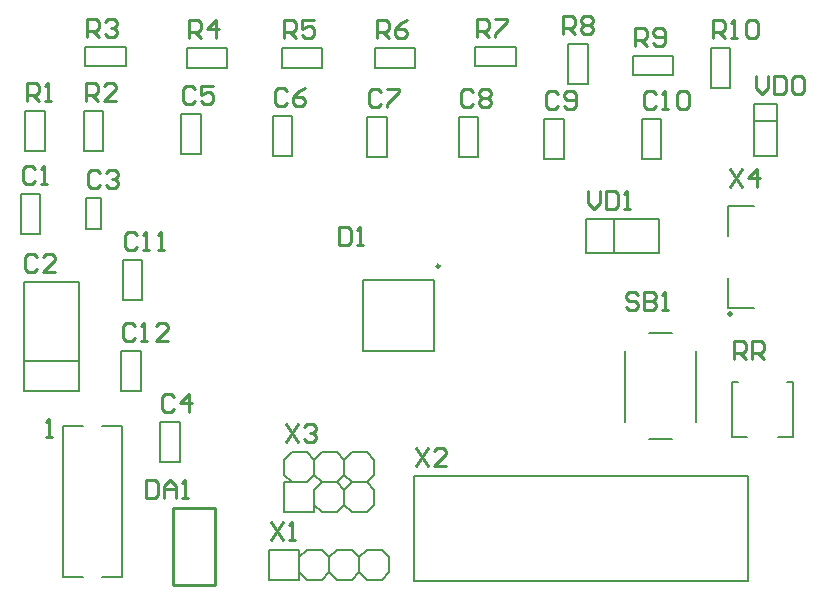
<source format=gto>
G04*
G04 #@! TF.GenerationSoftware,Altium Limited,Altium Designer,20.0.13 (296)*
G04*
G04 Layer_Color=65535*
%FSLAX44Y44*%
%MOMM*%
G71*
G01*
G75*
%ADD10C,0.2500*%
%ADD11C,0.5000*%
%ADD12C,0.2000*%
%ADD13C,0.2540*%
D10*
X893770Y833210D02*
G03*
X893770Y833210I-1250J0D01*
G01*
X668300Y628130D02*
X703300D01*
X668300Y563130D02*
Y628130D01*
Y563130D02*
X703300D01*
Y628130D01*
D11*
X1139480Y792420D02*
D03*
D12*
X872190Y566870D02*
Y655870D01*
Y566870D02*
X1154430D01*
Y655870D01*
X872190D02*
X1154430D01*
X1002670Y1021730D02*
X1019170D01*
X1002670Y987730D02*
X1019170D01*
Y1021730D01*
X1002670Y987730D02*
Y1021730D01*
X606960Y864320D02*
Y890820D01*
X594460Y864320D02*
Y890820D01*
X606960D01*
X594460Y864320D02*
X606960D01*
X1141130Y688200D02*
X1154130D01*
X1141130Y735200D02*
X1146130D01*
X1141130Y688200D02*
Y735200D01*
X1193130Y688200D02*
Y735200D01*
X1188130D02*
X1193130D01*
X1180130Y688200D02*
X1193130D01*
X828520Y821210D02*
X888520D01*
X828520Y761210D02*
X888520D01*
Y821210D01*
X828520Y761210D02*
Y821210D01*
X749300Y593090D02*
X774700D01*
Y567690D02*
Y593090D01*
X749300Y567690D02*
Y593090D01*
X774700Y586740D02*
X781050Y593090D01*
X793750D01*
X800100Y586740D01*
Y574040D02*
Y586740D01*
X793750Y567690D02*
X800100Y574040D01*
X781050Y567690D02*
X793750D01*
X774700Y574040D02*
X781050Y567690D01*
X749300D02*
X774700D01*
X800100Y574040D02*
X806450Y567690D01*
X819150D01*
X825500Y574040D01*
Y586740D01*
X819150Y593090D02*
X825500Y586740D01*
X806450Y593090D02*
X819150D01*
X800100Y586740D02*
X806450Y593090D01*
X825500Y574040D02*
X831850Y567690D01*
X844550D01*
X850900Y574040D01*
Y586740D01*
X844550Y593090D02*
X850900Y586740D01*
X831850Y593090D02*
X844550D01*
X825500Y586740D02*
X831850Y593090D01*
X539120Y894570D02*
X555620D01*
X539120Y860570D02*
X555620D01*
Y894570D01*
X539120Y860570D02*
Y894570D01*
X541650Y753180D02*
X588650D01*
X541650Y727430D02*
Y819430D01*
X588650D01*
Y727430D02*
Y819430D01*
X541650Y727430D02*
X588650D01*
X559430Y930420D02*
Y964420D01*
X542930Y930420D02*
Y964420D01*
X559430D01*
X542930Y930420D02*
X559430D01*
X675010Y928040D02*
X691510D01*
X675010Y962040D02*
X691510D01*
X675010Y928040D02*
Y962040D01*
X691510Y928040D02*
Y962040D01*
X657230Y667530D02*
X673730D01*
X657230Y701530D02*
X673730D01*
X657230Y667530D02*
Y701530D01*
X673730Y667530D02*
Y701530D01*
X608960Y930580D02*
Y964580D01*
X592460Y930580D02*
Y964580D01*
X608960D01*
X592460Y930580D02*
X608960D01*
X752480Y960770D02*
X768980D01*
X752480Y926770D02*
X768980D01*
Y960770D01*
X752480Y926770D02*
Y960770D01*
X593870Y1019170D02*
X627870D01*
X593870Y1002670D02*
X627870D01*
X593870D02*
Y1019170D01*
X627870Y1002670D02*
Y1019170D01*
X832490Y959500D02*
X848990D01*
X832490Y925500D02*
X848990D01*
Y959500D01*
X832490Y925500D02*
Y959500D01*
X574440Y569730D02*
X591440D01*
X574440D02*
Y697730D01*
X591440D01*
X607440Y569730D02*
X624440D01*
Y697730D01*
X607440D02*
X624440D01*
X625480Y804690D02*
X641980D01*
X625480Y838690D02*
X641980D01*
X625480Y804690D02*
Y838690D01*
X641980Y804690D02*
Y838690D01*
X1064900Y924070D02*
X1081400D01*
X1064900Y958070D02*
X1081400D01*
X1064900Y924070D02*
Y958070D01*
X1081400Y924070D02*
Y958070D01*
X982350Y924230D02*
X998850D01*
X982350Y958230D02*
X998850D01*
X982350Y924230D02*
Y958230D01*
X998850Y924230D02*
Y958230D01*
X909960Y925500D02*
X926460D01*
X909960Y959500D02*
X926460D01*
X909960Y925500D02*
Y959500D01*
X926460Y925500D02*
Y959500D01*
X819150Y624840D02*
X831850D01*
X793750D02*
X806450D01*
X812800Y656590D02*
Y669290D01*
X819150Y675640D01*
X831850D01*
X838200Y669290D01*
Y656590D02*
Y669290D01*
X831850Y650240D02*
X838200Y656590D01*
X812800D02*
X819150Y650240D01*
X793750D02*
X806450D01*
X812800Y656590D01*
X806450Y675640D02*
X812800Y669290D01*
X793750Y675640D02*
X806450D01*
X787400Y669290D02*
X793750Y675640D01*
X768350D02*
X781050D01*
X762000Y669290D02*
X768350Y675640D01*
X762000Y656590D02*
Y669290D01*
X787400Y656590D02*
Y669290D01*
X781050Y675640D02*
X787400Y669290D01*
X768350Y675640D02*
X781050D01*
X768350D02*
X781050D01*
X806450Y650240D02*
X812800Y643890D01*
X806450Y624840D02*
X812800Y631190D01*
X793750Y675640D02*
X806450D01*
X812800Y631190D02*
X819150Y624840D01*
Y675640D02*
X831850D01*
Y624840D02*
X838200Y631190D01*
Y643890D01*
X831850Y650240D02*
X838200Y643890D01*
X819150Y650240D02*
X831850D01*
X812800Y643890D02*
X819150Y650240D01*
X812800Y631190D02*
Y643890D01*
X787400Y631190D02*
X793750Y624840D01*
X787400Y643890D02*
X793750Y650240D01*
X762000Y624840D02*
Y650240D01*
X787400Y624840D02*
Y643890D01*
X762000Y650240D02*
X781050D01*
X787400Y656590D01*
X762000D02*
X768350Y650240D01*
X787400Y656590D02*
X793750Y650240D01*
X762000Y624840D02*
X787400D01*
X680070Y1001400D02*
X714070D01*
X680070Y1017900D02*
X714070D01*
Y1001400D02*
Y1017900D01*
X680070Y1001400D02*
Y1017900D01*
X760240Y1001400D02*
X794240D01*
X760240Y1017900D02*
X794240D01*
Y1001400D02*
Y1017900D01*
X760240Y1001400D02*
Y1017900D01*
X1159670Y956190D02*
X1179670D01*
X1159670Y926690D02*
X1179670D01*
X1159670Y970690D02*
X1179670D01*
X1159670Y926690D02*
Y970690D01*
X1179670Y926690D02*
Y970690D01*
X1139820Y983760D02*
Y1017760D01*
X1123320Y983760D02*
Y1017760D01*
X1139820D01*
X1123320Y983760D02*
X1139820D01*
X1018020Y873020D02*
X1079520D01*
X1018020Y844020D02*
Y873020D01*
Y844020D02*
X1079520D01*
Y873020D01*
X1041020Y844020D02*
Y873020D01*
X1137980Y884420D02*
X1159480D01*
X1137980Y858420D02*
Y884420D01*
Y797420D02*
Y823420D01*
Y797420D02*
X1159480D01*
X839140Y1001400D02*
X873140D01*
X839140Y1017900D02*
X873140D01*
Y1001400D02*
Y1017900D01*
X839140Y1001400D02*
Y1017900D01*
X1110770Y701520D02*
Y761520D01*
X1070770Y776520D02*
X1090770D01*
X1050770Y701520D02*
Y761520D01*
X1070770Y686520D02*
X1090770D01*
X924070Y1019170D02*
X958070D01*
X924070Y1002670D02*
X958070D01*
X924070D02*
Y1019170D01*
X958070Y1002670D02*
Y1019170D01*
X624210Y761220D02*
X640710D01*
X624210Y727220D02*
X640710D01*
Y761220D01*
X624210Y727220D02*
Y761220D01*
X1057420Y1011550D02*
X1091420D01*
X1057420Y995050D02*
X1091420D01*
X1057420D02*
Y1011550D01*
X1091420Y995050D02*
Y1011550D01*
D13*
X1142619Y754761D02*
Y769996D01*
X1150237D01*
X1152776Y767457D01*
Y762378D01*
X1150237Y759839D01*
X1142619D01*
X1147697D02*
X1152776Y754761D01*
X1157854D02*
Y769996D01*
X1165472D01*
X1168011Y767457D01*
Y762378D01*
X1165472Y759839D01*
X1157854D01*
X1162932D02*
X1168011Y754761D01*
X873764Y679447D02*
X883921Y664212D01*
Y679447D02*
X873764Y664212D01*
X899156D02*
X888999D01*
X899156Y674369D01*
Y676908D01*
X896617Y679447D01*
X891538D01*
X888999Y676908D01*
X1139444Y915157D02*
X1149601Y899922D01*
Y915157D02*
X1139444Y899922D01*
X1162297D02*
Y915157D01*
X1154679Y907540D01*
X1164836D01*
X763524Y699511D02*
X773681Y684276D01*
Y699511D02*
X763524Y684276D01*
X778759Y696972D02*
X781298Y699511D01*
X786377D01*
X788916Y696972D01*
Y694433D01*
X786377Y691893D01*
X783837D01*
X786377D01*
X788916Y689354D01*
Y686815D01*
X786377Y684276D01*
X781298D01*
X778759Y686815D01*
X750824Y616961D02*
X760981Y601726D01*
Y616961D02*
X750824Y601726D01*
X766059D02*
X771137D01*
X768598D01*
Y616961D01*
X766059Y614422D01*
X1161288Y994659D02*
Y984502D01*
X1166366Y979424D01*
X1171445Y984502D01*
Y994659D01*
X1176523D02*
Y979424D01*
X1184141D01*
X1186680Y981963D01*
Y992120D01*
X1184141Y994659D01*
X1176523D01*
X1191758Y992120D02*
X1194297Y994659D01*
X1199376D01*
X1201915Y992120D01*
Y981963D01*
X1199376Y979424D01*
X1194297D01*
X1191758Y981963D01*
Y992120D01*
X1019556Y896869D02*
Y886712D01*
X1024634Y881634D01*
X1029713Y886712D01*
Y896869D01*
X1034791D02*
Y881634D01*
X1042409D01*
X1044948Y884173D01*
Y894330D01*
X1042409Y896869D01*
X1034791D01*
X1050026Y881634D02*
X1055105D01*
X1052565D01*
Y896869D01*
X1050026Y894330D01*
X1061971Y808478D02*
X1059432Y811017D01*
X1054353D01*
X1051814Y808478D01*
Y805939D01*
X1054353Y803400D01*
X1059432D01*
X1061971Y800860D01*
Y798321D01*
X1059432Y795782D01*
X1054353D01*
X1051814Y798321D01*
X1067049Y811017D02*
Y795782D01*
X1074667D01*
X1077206Y798321D01*
Y800860D01*
X1074667Y803400D01*
X1067049D01*
X1074667D01*
X1077206Y805939D01*
Y808478D01*
X1074667Y811017D01*
X1067049D01*
X1082284Y795782D02*
X1087363D01*
X1084823D01*
Y811017D01*
X1082284Y808478D01*
X1124966Y1026414D02*
Y1041649D01*
X1132583D01*
X1135123Y1039110D01*
Y1034032D01*
X1132583Y1031492D01*
X1124966D01*
X1130044D02*
X1135123Y1026414D01*
X1140201D02*
X1145279D01*
X1142740D01*
Y1041649D01*
X1140201Y1039110D01*
X1152897D02*
X1155436Y1041649D01*
X1160515D01*
X1163054Y1039110D01*
Y1028953D01*
X1160515Y1026414D01*
X1155436D01*
X1152897Y1028953D01*
Y1039110D01*
X1058926Y1020064D02*
Y1035299D01*
X1066544D01*
X1069083Y1032760D01*
Y1027682D01*
X1066544Y1025142D01*
X1058926D01*
X1064004D02*
X1069083Y1020064D01*
X1074161Y1022603D02*
X1076700Y1020064D01*
X1081779D01*
X1084318Y1022603D01*
Y1032760D01*
X1081779Y1035299D01*
X1076700D01*
X1074161Y1032760D01*
Y1030221D01*
X1076700Y1027682D01*
X1084318D01*
X998224Y1030133D02*
Y1045368D01*
X1005842D01*
X1008381Y1042828D01*
Y1037750D01*
X1005842Y1035211D01*
X998224D01*
X1003303D02*
X1008381Y1030133D01*
X1013459Y1042828D02*
X1015998Y1045368D01*
X1021077D01*
X1023616Y1042828D01*
Y1040289D01*
X1021077Y1037750D01*
X1023616Y1035211D01*
Y1032672D01*
X1021077Y1030133D01*
X1015998D01*
X1013459Y1032672D01*
Y1035211D01*
X1015998Y1037750D01*
X1013459Y1040289D01*
Y1042828D01*
X1015998Y1037750D02*
X1021077D01*
X925576Y1027684D02*
Y1042919D01*
X933194D01*
X935733Y1040380D01*
Y1035302D01*
X933194Y1032762D01*
X925576D01*
X930654D02*
X935733Y1027684D01*
X940811Y1042919D02*
X950968D01*
Y1040380D01*
X940811Y1030223D01*
Y1027684D01*
X840740Y1026414D02*
Y1041649D01*
X848357D01*
X850897Y1039110D01*
Y1034032D01*
X848357Y1031492D01*
X840740D01*
X845818D02*
X850897Y1026414D01*
X866132Y1041649D02*
X861053Y1039110D01*
X855975Y1034032D01*
Y1028953D01*
X858514Y1026414D01*
X863593D01*
X866132Y1028953D01*
Y1031492D01*
X863593Y1034032D01*
X855975D01*
X761746Y1026414D02*
Y1041649D01*
X769363D01*
X771903Y1039110D01*
Y1034032D01*
X769363Y1031492D01*
X761746D01*
X766824D02*
X771903Y1026414D01*
X787138Y1041649D02*
X776981D01*
Y1034032D01*
X782059Y1036571D01*
X784599D01*
X787138Y1034032D01*
Y1028953D01*
X784599Y1026414D01*
X779520D01*
X776981Y1028953D01*
X681576Y1026414D02*
Y1041649D01*
X689193D01*
X691733Y1039110D01*
Y1034032D01*
X689193Y1031492D01*
X681576D01*
X686654D02*
X691733Y1026414D01*
X704429D02*
Y1041649D01*
X696811Y1034032D01*
X706968D01*
X595376Y1027684D02*
Y1042919D01*
X602994D01*
X605533Y1040380D01*
Y1035302D01*
X602994Y1032762D01*
X595376D01*
X600454D02*
X605533Y1027684D01*
X610611Y1040380D02*
X613150Y1042919D01*
X618229D01*
X620768Y1040380D01*
Y1037841D01*
X618229Y1035302D01*
X615689D01*
X618229D01*
X620768Y1032762D01*
Y1030223D01*
X618229Y1027684D01*
X613150D01*
X610611Y1030223D01*
X594106Y973234D02*
Y988469D01*
X601724D01*
X604263Y985930D01*
Y980852D01*
X601724Y978312D01*
X594106D01*
X599184D02*
X604263Y973234D01*
X619498D02*
X609341D01*
X619498Y983391D01*
Y985930D01*
X616959Y988469D01*
X611880D01*
X609341Y985930D01*
X544576Y972980D02*
Y988215D01*
X552193D01*
X554733Y985676D01*
Y980598D01*
X552193Y978058D01*
X544576D01*
X549654D02*
X554733Y972980D01*
X559811D02*
X564889D01*
X562350D01*
Y988215D01*
X559811Y985676D01*
X645320Y652267D02*
Y637032D01*
X652937D01*
X655477Y639571D01*
Y649728D01*
X652937Y652267D01*
X645320D01*
X660555Y637032D02*
Y647189D01*
X665633Y652267D01*
X670712Y647189D01*
Y637032D01*
Y644650D01*
X660555D01*
X675790Y637032D02*
X680869D01*
X678329D01*
Y652267D01*
X675790Y649728D01*
X808482Y866643D02*
Y851408D01*
X816099D01*
X818639Y853947D01*
Y864104D01*
X816099Y866643D01*
X808482D01*
X823717Y851408D02*
X828795D01*
X826256D01*
Y866643D01*
X823717Y864104D01*
X636013Y782476D02*
X633474Y785015D01*
X628395D01*
X625856Y782476D01*
Y772319D01*
X628395Y769780D01*
X633474D01*
X636013Y772319D01*
X641091Y769780D02*
X646169D01*
X643630D01*
Y785015D01*
X641091Y782476D01*
X663944Y769780D02*
X653787D01*
X663944Y779937D01*
Y782476D01*
X661404Y785015D01*
X656326D01*
X653787Y782476D01*
X637283Y859974D02*
X634743Y862513D01*
X629665D01*
X627126Y859974D01*
Y849817D01*
X629665Y847278D01*
X634743D01*
X637283Y849817D01*
X642361Y847278D02*
X647439D01*
X644900D01*
Y862513D01*
X642361Y859974D01*
X655057Y847278D02*
X660135D01*
X657596D01*
Y862513D01*
X655057Y859974D01*
X1076703Y979420D02*
X1074164Y981959D01*
X1069085D01*
X1066546Y979420D01*
Y969263D01*
X1069085Y966724D01*
X1074164D01*
X1076703Y969263D01*
X1081781Y966724D02*
X1086859D01*
X1084320D01*
Y981959D01*
X1081781Y979420D01*
X1094477D02*
X1097016Y981959D01*
X1102094D01*
X1104634Y979420D01*
Y969263D01*
X1102094Y966724D01*
X1097016D01*
X1094477Y969263D01*
Y979420D01*
X994153D02*
X991613Y981959D01*
X986535D01*
X983996Y979420D01*
Y969263D01*
X986535Y966724D01*
X991613D01*
X994153Y969263D01*
X999231D02*
X1001770Y966724D01*
X1006849D01*
X1009388Y969263D01*
Y979420D01*
X1006849Y981959D01*
X1001770D01*
X999231Y979420D01*
Y976881D01*
X1001770Y974342D01*
X1009388D01*
X921763Y980756D02*
X919223Y983295D01*
X914145D01*
X911606Y980756D01*
Y970599D01*
X914145Y968060D01*
X919223D01*
X921763Y970599D01*
X926841Y980756D02*
X929380Y983295D01*
X934459D01*
X936998Y980756D01*
Y978217D01*
X934459Y975678D01*
X936998Y973138D01*
Y970599D01*
X934459Y968060D01*
X929380D01*
X926841Y970599D01*
Y973138D01*
X929380Y975678D01*
X926841Y978217D01*
Y980756D01*
X929380Y975678D02*
X934459D01*
X844293Y980756D02*
X841753Y983295D01*
X836675D01*
X834136Y980756D01*
Y970599D01*
X836675Y968060D01*
X841753D01*
X844293Y970599D01*
X849371Y983295D02*
X859528D01*
Y980756D01*
X849371Y970599D01*
Y968060D01*
X764283Y981960D02*
X761743Y984499D01*
X756665D01*
X754126Y981960D01*
Y971803D01*
X756665Y969264D01*
X761743D01*
X764283Y971803D01*
X779518Y984499D02*
X774439Y981960D01*
X769361Y976881D01*
Y971803D01*
X771900Y969264D01*
X776979D01*
X779518Y971803D01*
Y974342D01*
X776979Y976881D01*
X769361D01*
X686813Y983230D02*
X684274Y985769D01*
X679195D01*
X676656Y983230D01*
Y973073D01*
X679195Y970534D01*
X684274D01*
X686813Y973073D01*
X702048Y985769D02*
X691891D01*
Y978151D01*
X696969Y980691D01*
X699509D01*
X702048Y978151D01*
Y973073D01*
X699509Y970534D01*
X694430D01*
X691891Y973073D01*
X669033Y722786D02*
X666494Y725325D01*
X661415D01*
X658876Y722786D01*
Y712629D01*
X661415Y710090D01*
X666494D01*
X669033Y712629D01*
X681729Y710090D02*
Y725325D01*
X674111Y717708D01*
X684268D01*
X606041Y912252D02*
X603502Y914791D01*
X598423D01*
X595884Y912252D01*
Y902095D01*
X598423Y899556D01*
X603502D01*
X606041Y902095D01*
X611119Y912252D02*
X613658Y914791D01*
X618737D01*
X621276Y912252D01*
Y909713D01*
X618737Y907174D01*
X616197D01*
X618737D01*
X621276Y904635D01*
Y902095D01*
X618737Y899556D01*
X613658D01*
X611119Y902095D01*
X552955Y841244D02*
X550415Y843783D01*
X545337D01*
X542798Y841244D01*
Y831087D01*
X545337Y828548D01*
X550415D01*
X552955Y831087D01*
X568190Y828548D02*
X558033D01*
X568190Y838705D01*
Y841244D01*
X565651Y843783D01*
X560572D01*
X558033Y841244D01*
X550923Y915920D02*
X548383Y918459D01*
X543305D01*
X540766Y915920D01*
Y905763D01*
X543305Y903224D01*
X548383D01*
X550923Y905763D01*
X556001Y903224D02*
X561079D01*
X558540D01*
Y918459D01*
X556001Y915920D01*
X560832Y688848D02*
X565910D01*
X563371D01*
Y704083D01*
X560832Y701544D01*
M02*

</source>
